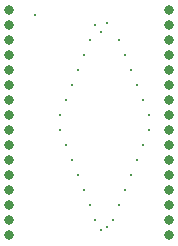
<source format=gbr>
G04 #@! TF.GenerationSoftware,KiCad,Pcbnew,(6.0.1-0)*
G04 #@! TF.CreationDate,2022-03-14T11:09:26-04:00*
G04 #@! TF.ProjectId,MBC1-TSOP32,4d424331-2d54-4534-9f50-33322e6b6963,rev?*
G04 #@! TF.SameCoordinates,Original*
G04 #@! TF.FileFunction,Soldermask,Bot*
G04 #@! TF.FilePolarity,Negative*
%FSLAX46Y46*%
G04 Gerber Fmt 4.6, Leading zero omitted, Abs format (unit mm)*
G04 Created by KiCad (PCBNEW (6.0.1-0)) date 2022-03-14 11:09:26*
%MOMM*%
%LPD*%
G01*
G04 APERTURE LIST*
%ADD10C,0.300000*%
%ADD11C,0.800000*%
G04 APERTURE END LIST*
D10*
X114175000Y-50360000D03*
X108050000Y-49730000D03*
D11*
X119400000Y-49300000D03*
X119400000Y-50570000D03*
D10*
X113675000Y-51120000D03*
X115175000Y-51840000D03*
D11*
X119400000Y-51840000D03*
X119400000Y-53110000D03*
D10*
X115675000Y-53110000D03*
X116175000Y-54380000D03*
D11*
X119400000Y-54380000D03*
D10*
X116675000Y-55650000D03*
D11*
X119400000Y-55650000D03*
D10*
X117175000Y-56920000D03*
D11*
X119400000Y-56920000D03*
D10*
X117675000Y-58190000D03*
D11*
X119400000Y-58190000D03*
D10*
X117675000Y-59460000D03*
D11*
X119400000Y-59460000D03*
X119400000Y-60730000D03*
D10*
X117175000Y-60730000D03*
D11*
X119400000Y-62000000D03*
D10*
X116675000Y-62000000D03*
D11*
X119400000Y-63270000D03*
D10*
X116175000Y-63270000D03*
X115675000Y-64540000D03*
D11*
X119400000Y-64540000D03*
X119400000Y-65810000D03*
D10*
X115175000Y-65810000D03*
X114675000Y-67080000D03*
D11*
X119400000Y-67080000D03*
D10*
X114175000Y-67600000D03*
D11*
X119400000Y-68350000D03*
D10*
X113675000Y-67900000D03*
D11*
X105850000Y-68350000D03*
D10*
X113175000Y-67080000D03*
D11*
X105850000Y-67080000D03*
X105850000Y-65810000D03*
D10*
X112675000Y-65810000D03*
D11*
X105850000Y-64540000D03*
D10*
X112175000Y-64540000D03*
D11*
X105850000Y-63270000D03*
D10*
X111675000Y-63270000D03*
X111175000Y-62000000D03*
D11*
X105850000Y-62000000D03*
X105850000Y-60730000D03*
D10*
X110675000Y-60730000D03*
D11*
X105850000Y-59460000D03*
D10*
X110175000Y-59460000D03*
X110175000Y-58190000D03*
D11*
X105850000Y-58190000D03*
D10*
X110675000Y-56920000D03*
D11*
X105850000Y-56920000D03*
X105850000Y-55650000D03*
D10*
X111175000Y-55650000D03*
D11*
X105850000Y-54380000D03*
D10*
X111675000Y-54380000D03*
D11*
X105850000Y-53110000D03*
D10*
X112175000Y-53110000D03*
X112675000Y-51840000D03*
D11*
X105850000Y-51840000D03*
X105850000Y-50570000D03*
D10*
X113175000Y-50570000D03*
D11*
X105850000Y-49300000D03*
M02*

</source>
